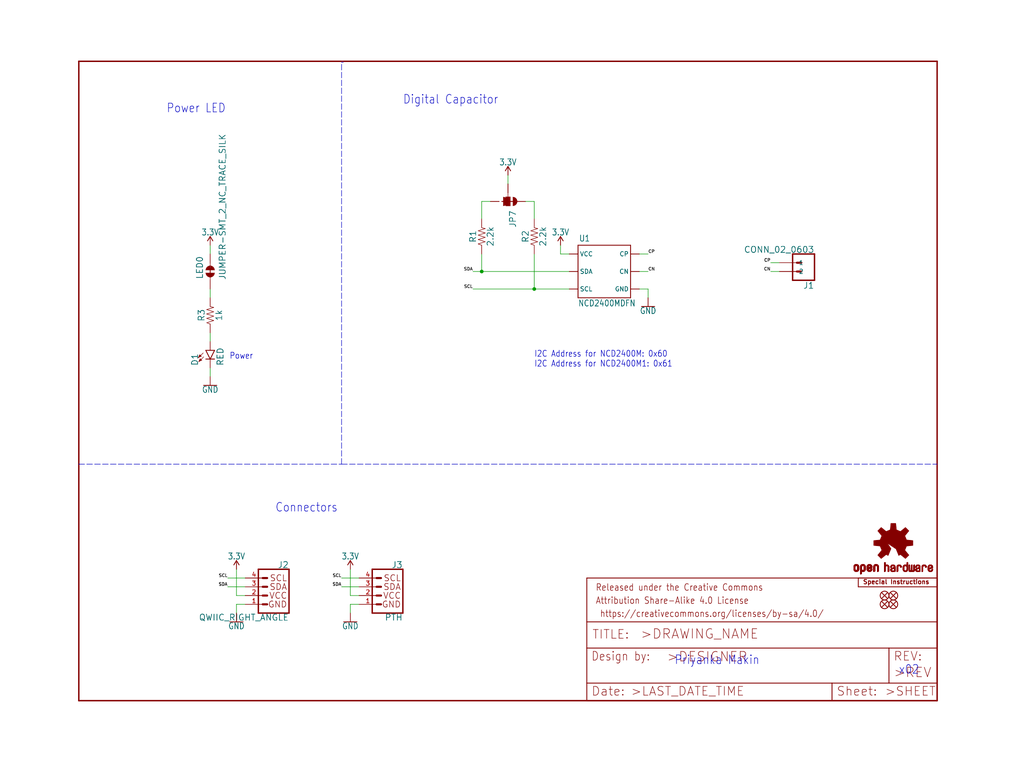
<source format=kicad_sch>
(kicad_sch (version 20211123) (generator eeschema)
  (paper "User" 297.002 223.926)
  (lib_symbols
    (symbol "eagleSchem-eagle-import:1KOHM-0603-1{slash}10W-1%"
      (property "Reference" "R" (at 0 1.524 0))
      (property "Value" "1KOHM-0603-1{slash}10W-1%" (at 0 -1.524 0))
      (symbol "1KOHM-0603-1{slash}10W-1%_1_0"
        (pin passive line (at -5.08 0 0) (length 2.54) (name "1") (number "1"))
        (pin passive line (at 5.08 0 180) (length 2.54) (name "2") (number "2"))
      )
    )
    (symbol "eagleSchem-eagle-import:2.2KOHM-0603-1{slash}10W-1%"
      (property "Reference" "R" (at 0 1.524 0))
      (property "Value" "2.2KOHM-0603-1{slash}10W-1%" (at 0 -1.524 0))
      (symbol "2.2KOHM-0603-1{slash}10W-1%_1_0"
        (pin passive line (at -5.08 0 0) (length 2.54) (name "1") (number "1"))
        (pin passive line (at 5.08 0 180) (length 2.54) (name "2") (number "2"))
      )
    )
    (symbol "eagleSchem-eagle-import:3.3V" (power)
      (property "Value" "3.3V" (at 0 2.794 0))
      (symbol "3.3V_1_0"
        (pin power_in line (at 0 0 90) (length 2.54) (name "3.3V") (number "1"))
      )
    )
    (symbol "eagleSchem-eagle-import:CONN_02_0603"
      (property "Reference" "J" (at 0 8.128 0))
      (property "Value" "CONN_02_0603" (at 0 -2.286 0))
      (symbol "CONN_02_0603_1_0"
        (pin passive line (at 10.16 2.54 180) (length 5.08) (name "1") (number "1"))
        (pin passive line (at 10.16 5.08 180) (length 5.08) (name "2") (number "2"))
      )
    )
    (symbol "eagleSchem-eagle-import:FIDUCIAL0.2MM")
    (symbol "eagleSchem-eagle-import:FRAME-LETTER"
      (symbol "FRAME-LETTER_2_0"
        (text " https://creativecommons.org/licenses/by-sa/4.0/" (at 2.54 24.13 0) (effects (font (size 1.9304 1.6408)) (justify left bottom)))
        (text ">DESIGNER" (at 23.114 11.176 0) (effects (font (size 2.7432 2.7432)) (justify left bottom)))
        (text ">DRAWING_NAME" (at 15.494 17.78 0) (effects (font (size 2.7432 2.7432)) (justify left bottom)))
        (text ">LAST_DATE_TIME" (at 12.7 1.27 0) (effects (font (size 2.54 2.54)) (justify left bottom)))
        (text ">REV" (at 88.9 6.604 0) (effects (font (size 2.7432 2.7432)) (justify left bottom)))
        (text ">SHEET" (at 86.36 1.27 0) (effects (font (size 2.54 2.54)) (justify left bottom)))
        (text "Attribution Share-Alike 4.0 License" (at 2.54 27.94 0) (effects (font (size 1.9304 1.6408)) (justify left bottom)))
        (text "Date:" (at 1.27 1.27 0) (effects (font (size 2.54 2.54)) (justify left bottom)))
        (text "Design by:" (at 1.27 11.43 0) (effects (font (size 2.54 2.159)) (justify left bottom)))
        (text "Released under the Creative Commons" (at 2.54 31.75 0) (effects (font (size 1.9304 1.6408)) (justify left bottom)))
        (text "REV:" (at 88.9 11.43 0) (effects (font (size 2.54 2.54)) (justify left bottom)))
        (text "Sheet:" (at 72.39 1.27 0) (effects (font (size 2.54 2.54)) (justify left bottom)))
        (text "TITLE:" (at 1.524 17.78 0) (effects (font (size 2.54 2.54)) (justify left bottom)))
      )
    )
    (symbol "eagleSchem-eagle-import:GND" (power)
      (property "Value" "GND" (at 0 -0.254 0))
      (symbol "GND_1_0"
        (pin power_in line (at 0 2.54 270) (length 2.54) (name "GND") (number "1"))
      )
    )
    (symbol "eagleSchem-eagle-import:I2C_STANDARD_NO_SILK"
      (property "Reference" "J" (at -5.08 7.874 0))
      (property "Value" "I2C_STANDARD_NO_SILK" (at -5.08 -5.334 0))
      (symbol "I2C_STANDARD_NO_SILK_1_0"
        (text "GND" (at -4.572 -2.54 0) (effects (font (size 1.778 1.778)) (justify left)))
        (text "SCL" (at -4.572 5.08 0) (effects (font (size 1.778 1.778)) (justify left)))
        (text "SDA" (at -4.572 2.54 0) (effects (font (size 1.778 1.778)) (justify left)))
        (text "VCC" (at -4.572 0 0) (effects (font (size 1.778 1.778)) (justify left)))
        (pin power_in line (at 7.62 -2.54 180) (length 5.08) (name "GND") (number "1"))
        (pin power_in line (at 7.62 0 180) (length 5.08) (name "VCC") (number "2"))
        (pin passive line (at 7.62 2.54 180) (length 5.08) (name "SDA") (number "3"))
        (pin passive line (at 7.62 5.08 180) (length 5.08) (name "SCL") (number "4"))
      )
    )
    (symbol "eagleSchem-eagle-import:JUMPER-SMT_2_NC_TRACE_SILK"
      (property "Reference" "JP" (at -2.54 2.54 0))
      (property "Value" "JUMPER-SMT_2_NC_TRACE_SILK" (at -2.54 -2.54 0))
      (symbol "JUMPER-SMT_2_NC_TRACE_SILK_1_0"
        (pin passive line (at -5.08 0 0) (length 2.54) (name "1") (number "1"))
        (pin passive line (at 5.08 0 180) (length 2.54) (name "2") (number "2"))
      )
    )
    (symbol "eagleSchem-eagle-import:JUMPER-SMT_3_2-NC_TRACE_SILK"
      (property "Reference" "JP" (at 2.54 0.381 0))
      (property "Value" "JUMPER-SMT_3_2-NC_TRACE_SILK" (at 2.54 -0.381 0))
      (symbol "JUMPER-SMT_3_2-NC_TRACE_SILK_1_0"
        (pin passive line (at 0 5.08 270) (length 2.54) (name "1") (number "1"))
        (pin passive line (at -5.08 0 0) (length 2.54) (name "2") (number "2"))
        (pin passive line (at 0 -5.08 90) (length 2.54) (name "3") (number "3"))
      )
    )
    (symbol "eagleSchem-eagle-import:LED-RED0603"
      (property "Reference" "D" (at -3.429 -4.572 90))
      (property "Value" "LED-RED0603" (at 1.905 -4.572 90))
      (symbol "LED-RED0603_1_0"
        (pin passive line (at 0 2.54 270) (length 2.54) (name "A") (number "A"))
        (pin passive line (at 0 -5.08 90) (length 2.54) (name "C") (number "C"))
      )
    )
    (symbol "eagleSchem-eagle-import:NCD2400MDFN"
      (property "Reference" "U" (at -7.366 8.636 0))
      (property "Value" "NCD2400MDFN" (at -7.62 -10.16 0))
      (symbol "NCD2400MDFN_1_0"
        (pin bidirectional line (at -10.16 0 0) (length 2.54) (name "SDA") (number "1"))
        (pin output line (at 10.16 5.08 180) (length 2.54) (name "CP") (number "2"))
        (pin output line (at 10.16 0 180) (length 2.54) (name "CN") (number "3"))
        (pin power_in line (at -10.16 5.08 0) (length 2.54) (name "VCC") (number "4"))
        (pin power_in line (at 10.16 -5.08 180) (length 2.54) (name "GND") (number "5"))
        (pin bidirectional line (at -10.16 -5.08 0) (length 2.54) (name "SCL") (number "6"))
      )
    )
    (symbol "eagleSchem-eagle-import:OSHW-LOGOMINI")
    (symbol "eagleSchem-eagle-import:QWIIC_CONNECTORJS-1MM"
      (property "Reference" "J" (at -5.08 7.874 0))
      (property "Value" "QWIIC_CONNECTORJS-1MM" (at -5.08 -5.334 0))
      (symbol "QWIIC_CONNECTORJS-1MM_1_0"
        (text "GND" (at -4.572 -2.54 0) (effects (font (size 1.778 1.778)) (justify left)))
        (text "SCL" (at -4.572 5.08 0) (effects (font (size 1.778 1.778)) (justify left)))
        (text "SDA" (at -4.572 2.54 0) (effects (font (size 1.778 1.778)) (justify left)))
        (text "VCC" (at -4.572 0 0) (effects (font (size 1.778 1.778)) (justify left)))
        (pin power_in line (at 7.62 -2.54 180) (length 5.08) (name "1") (number "1"))
        (pin power_in line (at 7.62 0 180) (length 5.08) (name "2") (number "2"))
        (pin passive line (at 7.62 2.54 180) (length 5.08) (name "3") (number "3"))
        (pin passive line (at 7.62 5.08 180) (length 5.08) (name "4") (number "4"))
      )
    )
    (symbol "eagleSchem-eagle-import:SPECIAL_INSTRUCTIONS-ORDERING"
      (symbol "SPECIAL_INSTRUCTIONS-ORDERING_1_0"
        (text "Special Instructions" (at 1.27 0.6985 0) (effects (font (size 1.27 1.27) (thickness 0.254) bold) (justify left bottom)))
      )
    )
  )
  (junction (at 154.94 83.82))
  (junction (at 139.7 78.74))
  (wire (pts (xy 101.6 172.72) (xy 101.6 165.1)))
  (wire (pts (xy 147.32 53.34) (xy 147.32 50.8)))
  (wire (pts (xy 104.14 175.26) (xy 101.6 175.26)))
  (wire (pts (xy 71.12 175.26) (xy 68.58 175.26)))
  (wire (pts (xy 104.14 167.64) (xy 99.06 167.64)))
  (polyline (pts (xy 99.06 134.62) (xy 271.78 134.62)))
  (wire (pts (xy 226.06 76.2) (xy 223.52 76.2)))
  (wire (pts (xy 68.58 175.26) (xy 68.58 177.8)))
  (wire (pts (xy 154.94 83.82) (xy 154.94 73.66)))
  (wire (pts (xy 71.12 170.18) (xy 66.04 170.18)))
  (wire (pts (xy 139.7 78.74) (xy 139.7 73.66)))
  (polyline (pts (xy 99.06 134.62) (xy 99.06 18.034)))
  (wire (pts (xy 71.12 167.64) (xy 66.04 167.64)))
  (wire (pts (xy 101.6 175.26) (xy 101.6 177.8)))
  (wire (pts (xy 139.7 58.42) (xy 142.24 58.42)))
  (wire (pts (xy 226.06 78.74) (xy 223.52 78.74)))
  (wire (pts (xy 60.96 109.22) (xy 60.96 106.68)))
  (wire (pts (xy 60.96 71.12) (xy 60.96 73.66)))
  (wire (pts (xy 104.14 170.18) (xy 99.06 170.18)))
  (wire (pts (xy 162.56 73.66) (xy 162.56 71.12)))
  (wire (pts (xy 139.7 63.5) (xy 139.7 58.42)))
  (wire (pts (xy 165.1 73.66) (xy 162.56 73.66)))
  (wire (pts (xy 185.42 78.74) (xy 187.96 78.74)))
  (polyline (pts (xy 22.86 134.62) (xy 99.06 134.62)))
  (wire (pts (xy 60.96 99.06) (xy 60.96 96.52)))
  (wire (pts (xy 154.94 83.82) (xy 137.16 83.82)))
  (wire (pts (xy 104.14 172.72) (xy 101.6 172.72)))
  (wire (pts (xy 165.1 83.82) (xy 154.94 83.82)))
  (polyline (pts (xy 99.06 18.034) (xy 99.568 18.034)))
  (wire (pts (xy 154.94 63.5) (xy 154.94 58.42)))
  (wire (pts (xy 71.12 172.72) (xy 68.58 172.72)))
  (wire (pts (xy 154.94 58.42) (xy 152.4 58.42)))
  (wire (pts (xy 187.96 83.82) (xy 187.96 86.36)))
  (wire (pts (xy 139.7 78.74) (xy 137.16 78.74)))
  (wire (pts (xy 187.96 73.66) (xy 185.42 73.66)))
  (wire (pts (xy 60.96 83.82) (xy 60.96 86.36)))
  (wire (pts (xy 185.42 83.82) (xy 187.96 83.82)))
  (wire (pts (xy 68.58 172.72) (xy 68.58 165.1)))
  (wire (pts (xy 165.1 78.74) (xy 139.7 78.74)))
  (text "Priyanka Makin" (at 195.58 193.04 180) (effects (font (size 2.54 2.159)) (justify left bottom)))
  (text "Power" (at 66.548 104.394 180) (effects (font (size 1.778 1.5113)) (justify left bottom)))
  (text "x02" (at 260.604 195.834 180) (effects (font (size 2.54 2.159)) (justify left bottom)))
  (text "Connectors" (at 88.9 147.32 180) (effects (font (size 2.54 2.159))))
  (text "I2C Address for NCD2400M: 0x60\nI2C Address for NCD2400M1: 0x61" (at 154.94 106.68 0) (effects (font (size 1.778 1.5113)) (justify left bottom)))
  (text "Power LED" (at 48.26 33.02 180) (effects (font (size 2.54 2.159)) (justify left bottom)))
  (text "Digital Capacitor" (at 116.84 30.48 180) (effects (font (size 2.54 2.159)) (justify left bottom)))
  (label "SDA" (at 66.04 170.18 180) (effects (font (size 0.889 0.889))))
  (label "SDA" (at 137.16 78.74 180) (effects (font (size 0.889 0.889))))
  (label "SDA" (at 99.06 170.18 180) (effects (font (size 0.889 0.889))))
  (label "CP" (at 187.96 73.66 0) (effects (font (size 0.889 0.889))))
  (label "CP" (at 223.52 76.2 180) (effects (font (size 0.889 0.889))))
  (label "CN" (at 187.96 78.74 0) (effects (font (size 0.889 0.889))))
  (label "SCL" (at 137.16 83.82 180) (effects (font (size 0.889 0.889))))
  (label "SCL" (at 66.04 167.64 180) (effects (font (size 0.889 0.889))))
  (label "CN" (at 223.52 78.74 180) (effects (font (size 0.889 0.889))))
  (label "SCL" (at 99.06 167.64 180) (effects (font (size 0.889 0.889))))
  (symbol (lib_id "eagleSchem-eagle-import:LED-RED0603") (at 60.96 101.6 0) (unit 1)
    (property "Reference" "D1" (at 57.531 106.172 90) (effects (font (size 1.778 1.778)) (justify left bottom)))
    (property "Value" "RED" (at 62.865 106.172 90) (effects (font (size 1.778 1.778)) (justify left top)))
    (property "Footprint" "eagleSchem:LED-0603" (effects hide))
  )
  (symbol (lib_id "eagleSchem-eagle-import:SPECIAL_INSTRUCTIONS-ORDERING") (at 248.92 170.18 0) (unit 1)
    (property "Reference" "LOGO2" (effects hide))
    (property "Value" "SPECIAL_INSTRUCTIONS-ORDERING" (effects hide))
    (property "Footprint" "eagleSchem:ORDERING_INSTRUCTIONS" (effects hide))
  )
  (symbol (lib_id "eagleSchem-eagle-import:FRAME-LETTER") (at 170.18 203.2 0) (unit 2)
    (property "Reference" "FRAME1" (effects hide))
    (property "Value" "FRAME-LETTER" (effects hide))
    (property "Footprint" "eagleSchem:CREATIVE_COMMONS" (effects hide))
  )
  (symbol (lib_id "eagleSchem-eagle-import:QWIIC_CONNECTORJS-1MM") (at 78.74 172.72 0) (mirror y) (unit 1)
    (property "Reference" "J2" (at 83.82 164.846 0) (effects (font (size 1.778 1.778)) (justify left bottom)))
    (property "Value" "QWIIC_RIGHT_ANGLE" (at 83.82 178.054 0) (effects (font (size 1.778 1.778)) (justify left top)))
    (property "Footprint" "eagleSchem:JST04_1MM_RA" (effects hide))
  )
  (symbol (lib_id "eagleSchem-eagle-import:JUMPER-SMT_3_2-NC_TRACE_SILK") (at 147.32 58.42 270) (unit 1)
    (property "Reference" "JP7" (at 147.701 60.96 0) (effects (font (size 1.778 1.778)) (justify left bottom)))
    (property "Value" "JUMPER-SMT_3_2-NC_TRACE_SILK" (effects hide))
    (property "Footprint" "eagleSchem:SMT-JUMPER_3_2-NC_TRACE_SILK" (effects hide))
  )
  (symbol (lib_id "eagleSchem-eagle-import:2.2KOHM-0603-1{slash}10W-1%") (at 139.7 68.58 90) (unit 1)
    (property "Reference" "R1" (at 138.176 68.58 0) (effects (font (size 1.778 1.778)) (justify bottom)))
    (property "Value" "2.2k" (at 141.224 68.58 0) (effects (font (size 1.778 1.778)) (justify top)))
    (property "Footprint" "eagleSchem:0603" (effects hide))
  )
  (symbol (lib_id "eagleSchem-eagle-import:2.2KOHM-0603-1{slash}10W-1%") (at 154.94 68.58 90) (unit 1)
    (property "Reference" "R2" (at 153.416 68.58 0) (effects (font (size 1.778 1.778)) (justify bottom)))
    (property "Value" "2.2k" (at 156.464 68.58 0) (effects (font (size 1.778 1.778)) (justify top)))
    (property "Footprint" "eagleSchem:0603" (effects hide))
  )
  (symbol (lib_id "eagleSchem-eagle-import:1KOHM-0603-1{slash}10W-1%") (at 60.96 91.44 90) (unit 1)
    (property "Reference" "R3" (at 59.436 91.44 0) (effects (font (size 1.778 1.778)) (justify bottom)))
    (property "Value" "1k" (at 62.484 91.44 0) (effects (font (size 1.778 1.778)) (justify top)))
    (property "Footprint" "eagleSchem:0603" (effects hide))
  )
  (symbol (lib_id "eagleSchem-eagle-import:FIDUCIAL0.2MM") (at 256.54 172.72 0) (unit 1)
    (property "Reference" "JP2" (effects hide))
    (property "Value" "FIDUCIAL0.2MM" (effects hide))
    (property "Footprint" "eagleSchem:FIDUCIAL-0.2MM" (effects hide))
  )
  (symbol (lib_id "eagleSchem-eagle-import:GND") (at 101.6 180.34 0) (unit 1)
    (property "Reference" "#GND4" (effects hide))
    (property "Value" "GND" (at 101.6 180.594 0) (effects (font (size 1.778 1.5113)) (justify top)))
    (property "Footprint" "eagleSchem:" (effects hide))
  )
  (symbol (lib_id "eagleSchem-eagle-import:3.3V") (at 68.58 165.1 0) (unit 1)
    (property "Reference" "#SUPPLY4" (effects hide))
    (property "Value" "3.3V" (at 68.58 162.306 0) (effects (font (size 1.778 1.5113)) (justify bottom)))
    (property "Footprint" "eagleSchem:" (effects hide))
  )
  (symbol (lib_id "eagleSchem-eagle-import:FIDUCIAL0.2MM") (at 259.08 172.72 0) (unit 1)
    (property "Reference" "JP6" (effects hide))
    (property "Value" "FIDUCIAL0.2MM" (effects hide))
    (property "Footprint" "eagleSchem:FIDUCIAL-0.2MM" (effects hide))
  )
  (symbol (lib_id "eagleSchem-eagle-import:3.3V") (at 101.6 165.1 0) (unit 1)
    (property "Reference" "#SUPPLY7" (effects hide))
    (property "Value" "3.3V" (at 101.6 162.306 0) (effects (font (size 1.778 1.5113)) (justify bottom)))
    (property "Footprint" "eagleSchem:" (effects hide))
  )
  (symbol (lib_id "eagleSchem-eagle-import:CONN_02_0603") (at 236.22 73.66 180) (unit 1)
    (property "Reference" "J1" (at 236.22 81.788 0) (effects (font (size 1.778 1.778)) (justify left bottom)))
    (property "Value" "CONN_02_0603" (at 236.22 71.374 0) (effects (font (size 1.778 1.778)) (justify left bottom)))
    (property "Footprint" "eagleSchem:0603_CASTELLATED" (effects hide))
  )
  (symbol (lib_id "eagleSchem-eagle-import:3.3V") (at 60.96 71.12 0) (unit 1)
    (property "Reference" "#SUPPLY10" (effects hide))
    (property "Value" "3.3V" (at 60.96 68.326 0) (effects (font (size 1.778 1.5113)) (justify bottom)))
    (property "Footprint" "eagleSchem:" (effects hide))
  )
  (symbol (lib_id "eagleSchem-eagle-import:JUMPER-SMT_2_NC_TRACE_SILK") (at 60.96 78.74 90) (unit 1)
    (property "Reference" "LED0" (at 58.928 81.026 0) (effects (font (size 1.778 1.778)) (justify left bottom)))
    (property "Value" "JUMPER-SMT_2_NC_TRACE_SILK" (at 63.5 81.28 0) (effects (font (size 1.778 1.778)) (justify left top)))
    (property "Footprint" "eagleSchem:SMT-JUMPER_2_NC_TRACE_SILK" (effects hide))
  )
  (symbol (lib_id "eagleSchem-eagle-import:OSHW-LOGOMINI") (at 259.08 157.48 0) (unit 1)
    (property "Reference" "LOGO1" (effects hide))
    (property "Value" "OSHW-LOGOMINI" (effects hide))
    (property "Footprint" "eagleSchem:OSHW-LOGO-MINI" (effects hide))
  )
  (symbol (lib_id "eagleSchem-eagle-import:GND") (at 68.58 180.34 0) (unit 1)
    (property "Reference" "#GND5" (effects hide))
    (property "Value" "GND" (at 68.58 180.594 0) (effects (font (size 1.778 1.5113)) (justify top)))
    (property "Footprint" "eagleSchem:" (effects hide))
  )
  (symbol (lib_id "eagleSchem-eagle-import:GND") (at 60.96 111.76 0) (unit 1)
    (property "Reference" "#GND1" (effects hide))
    (property "Value" "GND" (at 60.96 112.014 0) (effects (font (size 1.778 1.5113)) (justify top)))
    (property "Footprint" "eagleSchem:" (effects hide))
  )
  (symbol (lib_id "eagleSchem-eagle-import:FIDUCIAL0.2MM") (at 259.08 175.26 0) (unit 1)
    (property "Reference" "JP1" (effects hide))
    (property "Value" "FIDUCIAL0.2MM" (effects hide))
    (property "Footprint" "eagleSchem:FIDUCIAL-0.2MM" (effects hide))
  )
  (symbol (lib_id "eagleSchem-eagle-import:FIDUCIAL0.2MM") (at 256.54 175.26 0) (unit 1)
    (property "Reference" "JP5" (effects hide))
    (property "Value" "FIDUCIAL0.2MM" (effects hide))
    (property "Footprint" "eagleSchem:FIDUCIAL-0.2MM" (effects hide))
  )
  (symbol (lib_id "eagleSchem-eagle-import:3.3V") (at 162.56 71.12 0) (unit 1)
    (property "Reference" "#SUPPLY1" (effects hide))
    (property "Value" "3.3V" (at 162.56 68.326 0) (effects (font (size 1.778 1.5113)) (justify bottom)))
    (property "Footprint" "eagleSchem:" (effects hide))
  )
  (symbol (lib_id "eagleSchem-eagle-import:NCD2400MDFN") (at 175.26 78.74 0) (unit 1)
    (property "Reference" "U1" (at 167.894 70.104 0) (effects (font (size 1.778 1.5113)) (justify left bottom)))
    (property "Value" "NCD2400MDFN" (at 167.64 88.9 0) (effects (font (size 1.778 1.5113)) (justify left bottom)))
    (property "Footprint" "eagleSchem:DFN6" (effects hide))
  )
  (symbol (lib_id "eagleSchem-eagle-import:FRAME-LETTER") (at 22.86 203.2 0) (unit 1)
    (property "Reference" "FRAME1" (effects hide))
    (property "Value" "FRAME-LETTER" (effects hide))
    (property "Footprint" "eagleSchem:CREATIVE_COMMONS" (effects hide))
  )
  (symbol (lib_id "eagleSchem-eagle-import:GND") (at 187.96 88.9 0) (unit 1)
    (property "Reference" "#GND3" (effects hide))
    (property "Value" "GND" (at 187.96 89.154 0) (effects (font (size 1.778 1.5113)) (justify top)))
    (property "Footprint" "eagleSchem:" (effects hide))
  )
  (symbol (lib_id "eagleSchem-eagle-import:I2C_STANDARD_NO_SILK") (at 111.76 172.72 0) (mirror y) (unit 1)
    (property "Reference" "J3" (at 116.84 164.846 0) (effects (font (size 1.778 1.778)) (justify left bottom)))
    (property "Value" "PTH" (at 116.84 178.054 0) (effects (font (size 1.778 1.778)) (justify left top)))
    (property "Footprint" "eagleSchem:1X04_NO_SILK" (effects hide))
  )
  (symbol (lib_id "eagleSchem-eagle-import:3.3V") (at 147.32 50.8 0) (unit 1)
    (property "Reference" "#SUPPLY2" (effects hide))
    (property "Value" "3.3V" (at 147.32 48.006 0) (effects (font (size 1.778 1.5113)) (justify bottom)))
    (property "Footprint" "eagleSchem:" (effects hide))
  )
)
</source>
